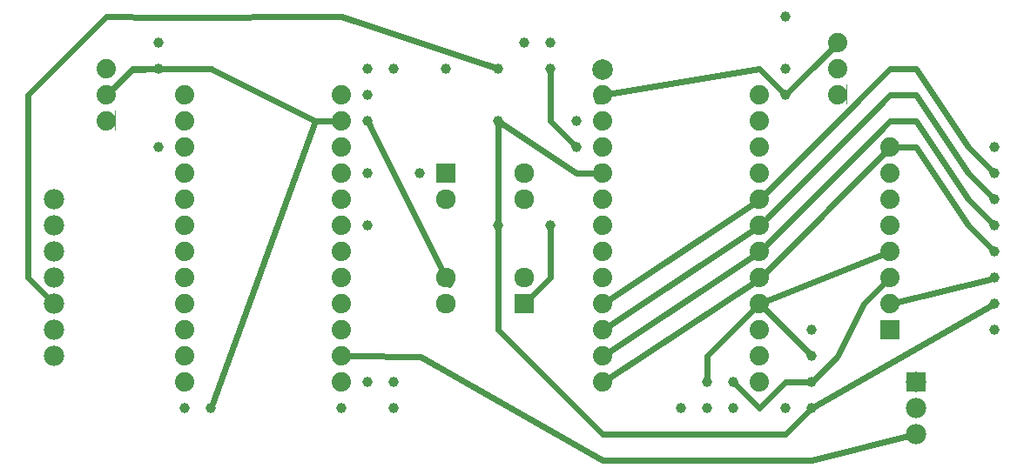
<source format=gbr>
G04*
G04 GERBER (RE)GENERATED BY FLATCAM v8.994 - www.flatcam.org - Version Date: 2020/11/7*
G04 Filename: PCB_PCB1_854475050_copperBottom.gbl_edit_2*
G04 Created on : Tuesday, 23 March 2021 at 16:51*
G04*
G04 RS-274X GERBER GENERATED BY FLATCAM v8.994 - www.flatcam.org - Version Date: 2020/11/7*
G04 Filename: PCB_PCB1_854475050_copperBottom.gbl_edit_2*
G04 Created on : Tuesday, 23 March 2021 at 16:49*
%FSLAX24Y24*%
%MOIN*%
%ADD10C,0.07399985199999999*%
%ADD11C,0.077999844*%
%ADD12C,0.075666848666*%
%ADD13C,0.07569484861*%
%ADD14C,0.03936992126*%
%ADD15R,0.077999844X0.077999844*%
%ADD16R,0.075666848666X0.075666848666*%
%ADD17R,0.07399985199999999X0.07399985199999999*%
%ADD18C,0.023999952*%
%ADD19R,0.000999998X0.000999998*%
%ADD22C,0.07874*%

G70*
G90*
G01*
%LPD*%
D10*
X22610Y15210D03*
X22610Y14210D03*
X22610Y13210D03*
X22610Y12210D03*
X22610Y11210D03*
X22610Y10210D03*
X22610Y09210D03*
X22610Y08210D03*
X22610Y07210D03*
X22610Y06210D03*
X22610Y05210D03*
X22610Y04210D03*
X28610Y04210D03*
X28610Y05210D03*
X28610Y06210D03*
X28610Y07210D03*
X28610Y08210D03*
X28610Y09210D03*
X28610Y10210D03*
X28610Y11210D03*
X28610Y12210D03*
X28610Y13210D03*
X28610Y14210D03*
X28610Y15210D03*
X22610Y15210D03*
X22610Y14210D03*
X22610Y13210D03*
X22610Y12210D03*
X22610Y11210D03*
X22610Y10210D03*
X22610Y09210D03*
X22610Y08210D03*
X22610Y07210D03*
X22610Y06210D03*
X22610Y05210D03*
X22610Y04210D03*
X28610Y04210D03*
X28610Y05210D03*
X28610Y06210D03*
X28610Y07210D03*
X28610Y08210D03*
X28610Y09210D03*
X28610Y10210D03*
X28610Y11210D03*
X28610Y12210D03*
X28610Y13210D03*
X28610Y14210D03*
X28610Y15210D03*
X03610Y14210D03*
X03610Y15210D03*
X03610Y16210D03*
X31610Y15210D03*
X31610Y16210D03*
X31610Y17210D03*
X06610Y15210D03*
X06610Y14210D03*
X06610Y13210D03*
X06610Y12210D03*
X06610Y11210D03*
X06610Y10210D03*
X06610Y09210D03*
X06610Y08210D03*
X06610Y07210D03*
X06610Y06210D03*
X06610Y05210D03*
X06610Y04210D03*
X12610Y04210D03*
X12610Y05210D03*
X12610Y06210D03*
X12610Y07210D03*
X12610Y08210D03*
X12610Y09210D03*
X12610Y10210D03*
X12610Y11210D03*
X12610Y12210D03*
X12610Y13210D03*
X12610Y14210D03*
X12610Y15210D03*
X06610Y15210D03*
X06610Y14210D03*
X06610Y13210D03*
X06610Y12210D03*
X06610Y11210D03*
X06610Y10210D03*
X06610Y09210D03*
X06610Y08210D03*
X06610Y07210D03*
X06610Y06210D03*
X06610Y05210D03*
X06610Y04210D03*
X12610Y04210D03*
X12610Y05210D03*
X12610Y06210D03*
X12610Y07210D03*
X12610Y08210D03*
X12610Y09210D03*
X12610Y10210D03*
X12610Y11210D03*
X12610Y12210D03*
X12610Y13210D03*
X12610Y14210D03*
X12610Y15210D03*
X33610Y07210D03*
X33610Y08210D03*
X33610Y09210D03*
X33610Y10210D03*
X33610Y11210D03*
X33610Y12210D03*
X33610Y13210D03*
X33610Y07210D03*
X33610Y08210D03*
X33610Y09210D03*
X33610Y10210D03*
X33610Y11210D03*
X33610Y12210D03*
X33610Y13210D03*
D11*
X01610Y05210D03*
X01610Y06210D03*
X01610Y07210D03*
X01610Y08210D03*
X01610Y09210D03*
X01610Y10210D03*
X01610Y11210D03*
X34610Y04210D03*
X34610Y03210D03*
X34610Y02210D03*
D12*
X19610Y07210D03*
X16620Y07210D03*
X16610Y12210D03*
X19600Y12210D03*
D13*
X19610Y08210D03*
X16610Y08210D03*
X16610Y11210D03*
X19610Y11210D03*
D14*
X15610Y12210D03*
X13610Y15210D03*
X05610Y13210D03*
X18610Y14220D03*
X13610Y14210D03*
X13610Y12210D03*
X07610Y03210D03*
X12610Y03210D03*
X06610Y03210D03*
X05610Y17210D03*
X13610Y04210D03*
X05610Y16210D03*
X21610Y13210D03*
X30610Y03210D03*
X29610Y03210D03*
X27610Y03210D03*
X30610Y06210D03*
X26610Y03210D03*
X25610Y03210D03*
X30610Y05210D03*
X30610Y04210D03*
X26610Y04210D03*
X27610Y04210D03*
X37610Y13210D03*
X37610Y07210D03*
X37610Y11210D03*
X37610Y10210D03*
X37610Y09210D03*
X37610Y06210D03*
X37610Y12210D03*
X37610Y08210D03*
X21610Y14210D03*
X20610Y10210D03*
X18610Y10210D03*
X13610Y10210D03*
X14610Y03210D03*
X14610Y04210D03*
X20610Y16210D03*
X14610Y16210D03*
X13610Y16210D03*
X19610Y17210D03*
X20610Y17210D03*
X16610Y16210D03*
X18610Y16210D03*
X29610Y16210D03*
X29610Y15210D03*
X29610Y18210D03*
D15*
X34610Y04210D03*
D16*
X19610Y07210D03*
X16610Y12210D03*
D17*
X33610Y06210D03*
X33610Y06210D03*
D18*
X07610Y16200D02*
X05620Y16200D01*
X07610Y16200D03*
X11620Y14210D02*
X07610Y16200D01*
X12610Y14210D02*
X11620Y14210D01*
X05620Y16200D02*
X04620Y16190D01*
X04620Y16190D02*
X03830Y15420D01*
X30620Y01200D03*
X30620Y01200D02*
X22760Y01200D01*
X34320Y02130D02*
X30620Y01200D01*
X22620Y01200D02*
X15630Y05190D01*
X22760Y01200D02*
X22620Y01200D01*
X15630Y05190D02*
X12920Y05210D01*
X11620Y14210D02*
X12610Y14210D01*
X07680Y03390D02*
X11620Y14210D01*
X05620Y16200D02*
X04620Y16200D01*
X04620Y16200D02*
X03830Y15420D01*
X22610Y12210D02*
X22410Y12450D01*
X22610Y12210D03*
X18750Y14080D02*
X18620Y14200D01*
X18620Y14200D02*
X21610Y12210D01*
X21610Y12210D02*
X22610Y12210D01*
X18610Y14030D02*
X18610Y10400D01*
X20610Y10020D02*
X20620Y08200D01*
X20620Y08200D02*
X19810Y07400D01*
X13620Y14200D02*
X16620Y08200D01*
X16620Y08200D02*
X16750Y07960D01*
X13700Y14040D02*
X13620Y14200D01*
X36610Y13210D02*
X37600Y12200D01*
X34620Y16210D02*
X36610Y13210D01*
X33610Y16210D02*
X34620Y16210D01*
X32610Y15210D02*
X32620Y15210D01*
X28630Y11200D02*
X32610Y15210D01*
X32620Y15210D02*
X32620Y15200D01*
X32620Y15200D02*
X33610Y16210D01*
X22870Y07380D02*
X28630Y11200D01*
X31610Y05220D02*
X30630Y04200D01*
X29620Y04200D02*
X28620Y03200D01*
X28620Y03200D02*
X27620Y04210D01*
X30630Y04200D02*
X29620Y04200D01*
X32620Y07200D02*
X31610Y05220D01*
X33600Y08200D02*
X32620Y07200D01*
X33600Y08200D03*
X28620Y07200D02*
X33600Y09200D01*
X30630Y05200D02*
X28620Y07200D01*
X28620Y07200D02*
X30630Y05200D01*
X26610Y04400D02*
X26620Y05200D01*
X29610Y02210D02*
X22610Y02210D01*
X30620Y03220D02*
X29610Y02210D01*
X18600Y06220D02*
X18610Y10020D01*
X22610Y02210D02*
X18600Y06220D01*
X37610Y07200D02*
X30620Y03220D01*
X28610Y16200D02*
X29610Y15220D01*
X29610Y15220D02*
X29610Y15200D01*
X22610Y15200D02*
X28610Y16200D01*
X29610Y15200D02*
X30610Y16200D01*
X30610Y16200D02*
X31400Y16990D01*
X29610Y15200D03*
X22410Y14970D02*
X22610Y15200D01*
X36610Y10210D02*
X34620Y13200D01*
X37480Y09340D02*
X36610Y10210D01*
X34620Y13200D02*
X33610Y13200D01*
X28630Y08190D02*
X22870Y04380D01*
X33610Y13200D02*
X28630Y08190D01*
X34620Y15210D02*
X36610Y12220D01*
X36610Y12220D02*
X37480Y11340D01*
X33610Y15210D02*
X34620Y15210D01*
X28630Y10210D02*
X33610Y15210D01*
X22870Y06380D02*
X28630Y10210D01*
X36610Y11210D02*
X37480Y10340D01*
X34620Y14210D02*
X36610Y11210D01*
X33610Y14210D02*
X34620Y14210D01*
X28630Y09220D02*
X33610Y14210D01*
X22870Y05380D02*
X28630Y09220D01*
X33920Y07280D02*
X37430Y08160D01*
X03620Y18200D02*
X05630Y18190D01*
X00620Y15200D02*
X03620Y18200D01*
X12610Y18200D02*
X18430Y16270D01*
X05630Y18190D02*
X12610Y18200D01*
X00600Y08200D02*
X00620Y15200D01*
X01400Y07420D02*
X00600Y08200D01*
X20610Y16020D02*
X20610Y14210D01*
X20610Y14210D02*
X21480Y13340D01*
X29610Y15200D02*
X30610Y16200D01*
X30610Y16200D02*
X31400Y16990D01*
X29610Y15200D03*
X26620Y05200D02*
X28620Y07200D01*
X27620Y04210D03*
D19*
X31970Y15580D03*
X31970Y15570D03*
X31970Y15560D03*
X31970Y15550D03*
X31970Y15540D03*
X31970Y15530D03*
X31970Y15520D03*
X31970Y15510D03*
X31970Y15500D03*
X31970Y15490D03*
X31970Y15480D03*
X31970Y15470D03*
X31970Y15460D03*
X31970Y15450D03*
X31970Y15440D03*
X31970Y15430D03*
X31970Y15420D03*
X31560Y15410D03*
X31970Y15410D03*
X31530Y15400D03*
X31970Y15400D03*
X31510Y15390D03*
X31970Y15390D03*
X31490Y15380D03*
X31970Y15380D03*
X31480Y15370D03*
X31970Y15370D03*
X31470Y15360D03*
X31970Y15360D03*
X31460Y15350D03*
X31970Y15350D03*
X31450Y15340D03*
X31970Y15340D03*
X31440Y15330D03*
X31970Y15330D03*
X31440Y15320D03*
X31970Y15320D03*
X31430Y15310D03*
X31970Y15310D03*
X31420Y15300D03*
X31970Y15300D03*
X31420Y15290D03*
X31970Y15290D03*
X31420Y15280D03*
X31970Y15280D03*
X31410Y15270D03*
X31970Y15270D03*
X31410Y15260D03*
X31970Y15260D03*
X31410Y15250D03*
X31970Y15250D03*
X31410Y15240D03*
X31970Y15240D03*
X31410Y15230D03*
X31970Y15230D03*
X31410Y15220D03*
X31970Y15220D03*
X31410Y15210D03*
X31970Y15210D03*
X31410Y15200D03*
X31970Y15200D03*
X31410Y15190D03*
X31970Y15190D03*
X31410Y15180D03*
X31970Y15180D03*
X31410Y15170D03*
X31970Y15170D03*
X31420Y15160D03*
X31970Y15160D03*
X31420Y15150D03*
X31970Y15150D03*
X31420Y15140D03*
X31970Y15140D03*
X31430Y15130D03*
X31970Y15130D03*
X31430Y15120D03*
X31970Y15120D03*
X31440Y15110D03*
X31970Y15110D03*
X31450Y15100D03*
X31970Y15100D03*
X31450Y15090D03*
X31970Y15090D03*
X31460Y15080D03*
X31970Y15080D03*
X31470Y15070D03*
X31970Y15070D03*
X31490Y15060D03*
X31970Y15060D03*
X31500Y15050D03*
X31970Y15050D03*
X31520Y15040D03*
X31970Y15040D03*
X31550Y15030D03*
X31970Y15030D03*
X31970Y15020D03*
X31970Y15010D03*
X31970Y15000D03*
X31970Y14990D03*
X31970Y14980D03*
X31970Y14970D03*
X31970Y14960D03*
X31970Y14950D03*
X31970Y14940D03*
X31970Y14930D03*
X31970Y14920D03*
X31970Y14910D03*
X31970Y14900D03*
X31970Y14890D03*
X31970Y14880D03*
X31970Y14870D03*
X31970Y14860D03*
X31970Y14850D03*
X03970Y14580D03*
X03970Y14570D03*
X03970Y14560D03*
X03970Y14550D03*
X03970Y14540D03*
X03970Y14530D03*
X03970Y14520D03*
X03970Y14510D03*
X03970Y14500D03*
X03970Y14490D03*
X03970Y14480D03*
X03970Y14470D03*
X03970Y14460D03*
X03970Y14450D03*
X03970Y14440D03*
X03970Y14430D03*
X03970Y14420D03*
X03560Y14410D03*
X03970Y14410D03*
X03530Y14400D03*
X03970Y14400D03*
X03510Y14390D03*
X03970Y14390D03*
X03490Y14380D03*
X03970Y14380D03*
X03480Y14370D03*
X03970Y14370D03*
X03470Y14360D03*
X03970Y14360D03*
X03460Y14350D03*
X03970Y14350D03*
X03450Y14340D03*
X03970Y14340D03*
X03440Y14330D03*
X03970Y14330D03*
X03440Y14320D03*
X03970Y14320D03*
X03430Y14310D03*
X03970Y14310D03*
X03420Y14300D03*
X03970Y14300D03*
X03420Y14290D03*
X03970Y14290D03*
X03420Y14280D03*
X03970Y14280D03*
X03410Y14270D03*
X03970Y14270D03*
X03410Y14260D03*
X03970Y14260D03*
X03410Y14250D03*
X03970Y14250D03*
X03410Y14240D03*
X03970Y14240D03*
X03410Y14230D03*
X03970Y14230D03*
X03410Y14220D03*
X03970Y14220D03*
X03410Y14210D03*
X03970Y14210D03*
X03410Y14200D03*
X03970Y14200D03*
X03410Y14190D03*
X03970Y14190D03*
X03410Y14180D03*
X03970Y14180D03*
X03410Y14170D03*
X03970Y14170D03*
X03420Y14160D03*
X03970Y14160D03*
X03420Y14150D03*
X03970Y14150D03*
X03420Y14140D03*
X03970Y14140D03*
X03430Y14130D03*
X03970Y14130D03*
X03430Y14120D03*
X03970Y14120D03*
X03440Y14110D03*
X03970Y14110D03*
X03450Y14100D03*
X03970Y14100D03*
X03450Y14090D03*
X03970Y14090D03*
X03460Y14080D03*
X03970Y14080D03*
X03470Y14070D03*
X03970Y14070D03*
X03490Y14060D03*
X03970Y14060D03*
X03500Y14050D03*
X03970Y14050D03*
X03520Y14040D03*
X03970Y14040D03*
X03550Y14030D03*
X03970Y14030D03*
X03970Y14020D03*
X03970Y14010D03*
X03970Y14000D03*
X03970Y13990D03*
X03970Y13980D03*
X03970Y13970D03*
X03970Y13960D03*
X03970Y13950D03*
X03970Y13940D03*
X03970Y13930D03*
X03970Y13920D03*
X03970Y13910D03*
X03970Y13900D03*
X03970Y13890D03*
X03970Y13880D03*
X03970Y13870D03*
X03970Y13860D03*
X03970Y13850D03*
X22612Y16181D03*
D22*
X22608Y16191D03*
M02*

</source>
